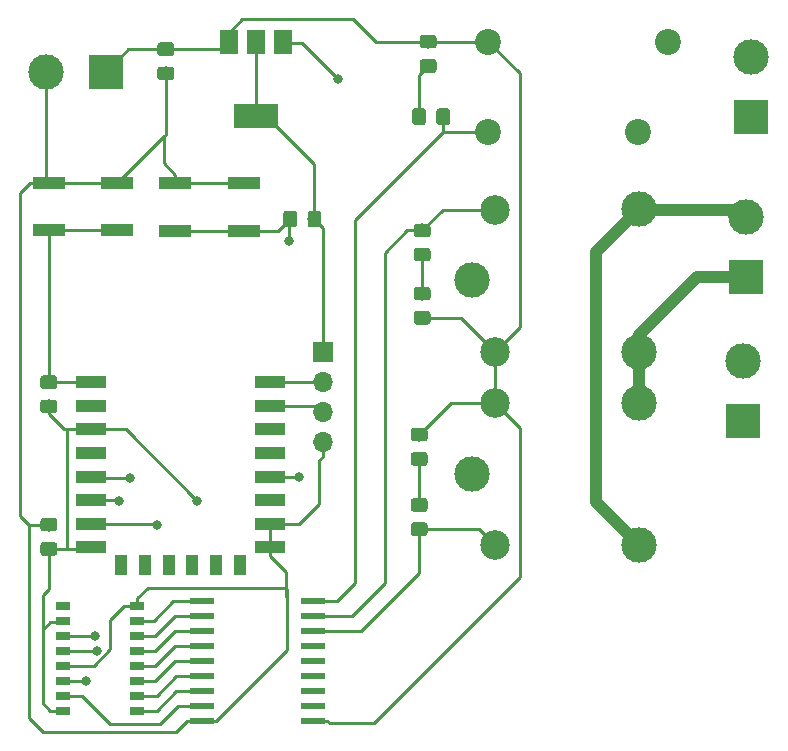
<source format=gbr>
G04 #@! TF.GenerationSoftware,KiCad,Pcbnew,5.0.1-33cea8e~68~ubuntu18.04.1*
G04 #@! TF.CreationDate,2018-11-29T09:05:56+01:00*
G04 #@! TF.ProjectId,Velux,56656C75782E6B696361645F70636200,rev?*
G04 #@! TF.SameCoordinates,Original*
G04 #@! TF.FileFunction,Copper,L1,Top,Signal*
G04 #@! TF.FilePolarity,Positive*
%FSLAX46Y46*%
G04 Gerber Fmt 4.6, Leading zero omitted, Abs format (unit mm)*
G04 Created by KiCad (PCBNEW 5.0.1-33cea8e~68~ubuntu18.04.1) date jeu. 29 nov. 2018 09:05:56 CET*
%MOMM*%
%LPD*%
G01*
G04 APERTURE LIST*
G04 #@! TA.AperFunction,SMDPad,CuDef*
%ADD10R,2.500000X1.000000*%
G04 #@! TD*
G04 #@! TA.AperFunction,SMDPad,CuDef*
%ADD11R,1.000000X1.800000*%
G04 #@! TD*
G04 #@! TA.AperFunction,SMDPad,CuDef*
%ADD12R,1.300000X0.800000*%
G04 #@! TD*
G04 #@! TA.AperFunction,Conductor*
%ADD13C,0.100000*%
G04 #@! TD*
G04 #@! TA.AperFunction,SMDPad,CuDef*
%ADD14C,1.150000*%
G04 #@! TD*
G04 #@! TA.AperFunction,ComponentPad*
%ADD15R,3.000000X3.000000*%
G04 #@! TD*
G04 #@! TA.AperFunction,ComponentPad*
%ADD16C,3.000000*%
G04 #@! TD*
G04 #@! TA.AperFunction,ComponentPad*
%ADD17C,2.200000*%
G04 #@! TD*
G04 #@! TA.AperFunction,SMDPad,CuDef*
%ADD18R,2.750000X1.000000*%
G04 #@! TD*
G04 #@! TA.AperFunction,SMDPad,CuDef*
%ADD19R,3.800000X2.000000*%
G04 #@! TD*
G04 #@! TA.AperFunction,SMDPad,CuDef*
%ADD20R,1.500000X2.000000*%
G04 #@! TD*
G04 #@! TA.AperFunction,SMDPad,CuDef*
%ADD21R,2.000000X0.600000*%
G04 #@! TD*
G04 #@! TA.AperFunction,ComponentPad*
%ADD22C,2.500000*%
G04 #@! TD*
G04 #@! TA.AperFunction,ComponentPad*
%ADD23R,1.700000X1.700000*%
G04 #@! TD*
G04 #@! TA.AperFunction,ComponentPad*
%ADD24O,1.700000X1.700000*%
G04 #@! TD*
G04 #@! TA.AperFunction,ViaPad*
%ADD25C,0.800000*%
G04 #@! TD*
G04 #@! TA.AperFunction,Conductor*
%ADD26C,0.250000*%
G04 #@! TD*
G04 #@! TA.AperFunction,Conductor*
%ADD27C,1.000000*%
G04 #@! TD*
G04 APERTURE END LIST*
D10*
G04 #@! TO.P,U3,1*
G04 #@! TO.N,Net-(R1-Pad2)*
X139065000Y-75819000D03*
G04 #@! TO.P,U3,2*
G04 #@! TO.N,Net-(U3-Pad2)*
X139065000Y-77819000D03*
G04 #@! TO.P,U3,3*
G04 #@! TO.N,/3V3*
X139065000Y-79819000D03*
G04 #@! TO.P,U3,4*
G04 #@! TO.N,Net-(U3-Pad4)*
X139065000Y-81819000D03*
G04 #@! TO.P,U3,5*
G04 #@! TO.N,/RCLK*
X139065000Y-83819000D03*
G04 #@! TO.P,U3,6*
G04 #@! TO.N,/SRCLK*
X139065000Y-85819000D03*
G04 #@! TO.P,U3,7*
G04 #@! TO.N,/SER*
X139065000Y-87819000D03*
G04 #@! TO.P,U3,8*
G04 #@! TO.N,/3V3*
X139065000Y-89819000D03*
D11*
G04 #@! TO.P,U3,9*
G04 #@! TO.N,Net-(U3-Pad9)*
X141665000Y-91319000D03*
G04 #@! TO.P,U3,10*
G04 #@! TO.N,Net-(U3-Pad10)*
X143665000Y-91319000D03*
G04 #@! TO.P,U3,11*
G04 #@! TO.N,Net-(U3-Pad11)*
X145665000Y-91319000D03*
G04 #@! TO.P,U3,12*
G04 #@! TO.N,Net-(U3-Pad12)*
X147665000Y-91319000D03*
G04 #@! TO.P,U3,13*
G04 #@! TO.N,Net-(U3-Pad13)*
X149665000Y-91319000D03*
G04 #@! TO.P,U3,14*
G04 #@! TO.N,Net-(U3-Pad14)*
X151665000Y-91319000D03*
D10*
G04 #@! TO.P,U3,15*
G04 #@! TO.N,/GND*
X154265000Y-89819000D03*
G04 #@! TO.P,U3,16*
X154265000Y-87819000D03*
G04 #@! TO.P,U3,17*
G04 #@! TO.N,Net-(U3-Pad17)*
X154265000Y-85819000D03*
G04 #@! TO.P,U3,18*
G04 #@! TO.N,/GPIO0*
X154265000Y-83819000D03*
G04 #@! TO.P,U3,19*
G04 #@! TO.N,Net-(U3-Pad19)*
X154265000Y-81819000D03*
G04 #@! TO.P,U3,20*
G04 #@! TO.N,Net-(U3-Pad20)*
X154265000Y-79819000D03*
G04 #@! TO.P,U3,21*
G04 #@! TO.N,/RXD*
X154265000Y-77819000D03*
G04 #@! TO.P,U3,22*
G04 #@! TO.N,/TXD*
X154265000Y-75819000D03*
G04 #@! TD*
D12*
G04 #@! TO.P,U1,1*
G04 #@! TO.N,/L7*
X143002000Y-103642000D03*
G04 #@! TO.P,U1,2*
G04 #@! TO.N,/L6*
X143002000Y-102362000D03*
G04 #@! TO.P,U1,3*
G04 #@! TO.N,/L5*
X143002000Y-101102000D03*
G04 #@! TO.P,U1,4*
G04 #@! TO.N,/L4*
X143002000Y-99832000D03*
G04 #@! TO.P,U1,5*
G04 #@! TO.N,/L3*
X143002000Y-98552000D03*
G04 #@! TO.P,U1,6*
G04 #@! TO.N,/L2*
X143002000Y-97282000D03*
G04 #@! TO.P,U1,7*
G04 #@! TO.N,/L1*
X143002000Y-96022000D03*
G04 #@! TO.P,U1,8*
G04 #@! TO.N,/GND*
X143002000Y-94742000D03*
G04 #@! TO.P,U1,9*
G04 #@! TO.N,Net-(U1-Pad9)*
X136702000Y-94742000D03*
G04 #@! TO.P,U1,10*
G04 #@! TO.N,/3V3*
X136702000Y-96022000D03*
G04 #@! TO.P,U1,11*
G04 #@! TO.N,/SRCLK*
X136702000Y-97282000D03*
G04 #@! TO.P,U1,12*
G04 #@! TO.N,/RCLK*
X136702000Y-98552000D03*
G04 #@! TO.P,U1,13*
G04 #@! TO.N,/GND*
X136702000Y-99832000D03*
G04 #@! TO.P,U1,14*
G04 #@! TO.N,/SER*
X136702000Y-101102000D03*
G04 #@! TO.P,U1,15*
G04 #@! TO.N,/L8*
X136702000Y-102362000D03*
G04 #@! TO.P,U1,16*
G04 #@! TO.N,/3V3*
X136702000Y-103642000D03*
G04 #@! TD*
D13*
G04 #@! TO.N,/5V*
G04 #@! TO.C,D3*
G36*
X167606505Y-69793204D02*
X167630773Y-69796804D01*
X167654572Y-69802765D01*
X167677671Y-69811030D01*
X167699850Y-69821520D01*
X167720893Y-69834132D01*
X167740599Y-69848747D01*
X167758777Y-69865223D01*
X167775253Y-69883401D01*
X167789868Y-69903107D01*
X167802480Y-69924150D01*
X167812970Y-69946329D01*
X167821235Y-69969428D01*
X167827196Y-69993227D01*
X167830796Y-70017495D01*
X167832000Y-70041999D01*
X167832000Y-70692001D01*
X167830796Y-70716505D01*
X167827196Y-70740773D01*
X167821235Y-70764572D01*
X167812970Y-70787671D01*
X167802480Y-70809850D01*
X167789868Y-70830893D01*
X167775253Y-70850599D01*
X167758777Y-70868777D01*
X167740599Y-70885253D01*
X167720893Y-70899868D01*
X167699850Y-70912480D01*
X167677671Y-70922970D01*
X167654572Y-70931235D01*
X167630773Y-70937196D01*
X167606505Y-70940796D01*
X167582001Y-70942000D01*
X166681999Y-70942000D01*
X166657495Y-70940796D01*
X166633227Y-70937196D01*
X166609428Y-70931235D01*
X166586329Y-70922970D01*
X166564150Y-70912480D01*
X166543107Y-70899868D01*
X166523401Y-70885253D01*
X166505223Y-70868777D01*
X166488747Y-70850599D01*
X166474132Y-70830893D01*
X166461520Y-70809850D01*
X166451030Y-70787671D01*
X166442765Y-70764572D01*
X166436804Y-70740773D01*
X166433204Y-70716505D01*
X166432000Y-70692001D01*
X166432000Y-70041999D01*
X166433204Y-70017495D01*
X166436804Y-69993227D01*
X166442765Y-69969428D01*
X166451030Y-69946329D01*
X166461520Y-69924150D01*
X166474132Y-69903107D01*
X166488747Y-69883401D01*
X166505223Y-69865223D01*
X166523401Y-69848747D01*
X166543107Y-69834132D01*
X166564150Y-69821520D01*
X166586329Y-69811030D01*
X166609428Y-69802765D01*
X166633227Y-69796804D01*
X166657495Y-69793204D01*
X166681999Y-69792000D01*
X167582001Y-69792000D01*
X167606505Y-69793204D01*
X167606505Y-69793204D01*
G37*
D14*
G04 #@! TD*
G04 #@! TO.P,D3,2*
G04 #@! TO.N,/5V*
X167132000Y-70367000D03*
D13*
G04 #@! TO.N,Net-(D3-Pad1)*
G04 #@! TO.C,D3*
G36*
X167606505Y-67743204D02*
X167630773Y-67746804D01*
X167654572Y-67752765D01*
X167677671Y-67761030D01*
X167699850Y-67771520D01*
X167720893Y-67784132D01*
X167740599Y-67798747D01*
X167758777Y-67815223D01*
X167775253Y-67833401D01*
X167789868Y-67853107D01*
X167802480Y-67874150D01*
X167812970Y-67896329D01*
X167821235Y-67919428D01*
X167827196Y-67943227D01*
X167830796Y-67967495D01*
X167832000Y-67991999D01*
X167832000Y-68642001D01*
X167830796Y-68666505D01*
X167827196Y-68690773D01*
X167821235Y-68714572D01*
X167812970Y-68737671D01*
X167802480Y-68759850D01*
X167789868Y-68780893D01*
X167775253Y-68800599D01*
X167758777Y-68818777D01*
X167740599Y-68835253D01*
X167720893Y-68849868D01*
X167699850Y-68862480D01*
X167677671Y-68872970D01*
X167654572Y-68881235D01*
X167630773Y-68887196D01*
X167606505Y-68890796D01*
X167582001Y-68892000D01*
X166681999Y-68892000D01*
X166657495Y-68890796D01*
X166633227Y-68887196D01*
X166609428Y-68881235D01*
X166586329Y-68872970D01*
X166564150Y-68862480D01*
X166543107Y-68849868D01*
X166523401Y-68835253D01*
X166505223Y-68818777D01*
X166488747Y-68800599D01*
X166474132Y-68780893D01*
X166461520Y-68759850D01*
X166451030Y-68737671D01*
X166442765Y-68714572D01*
X166436804Y-68690773D01*
X166433204Y-68666505D01*
X166432000Y-68642001D01*
X166432000Y-67991999D01*
X166433204Y-67967495D01*
X166436804Y-67943227D01*
X166442765Y-67919428D01*
X166451030Y-67896329D01*
X166461520Y-67874150D01*
X166474132Y-67853107D01*
X166488747Y-67833401D01*
X166505223Y-67815223D01*
X166523401Y-67798747D01*
X166543107Y-67784132D01*
X166564150Y-67771520D01*
X166586329Y-67761030D01*
X166609428Y-67752765D01*
X166633227Y-67746804D01*
X166657495Y-67743204D01*
X166681999Y-67742000D01*
X167582001Y-67742000D01*
X167606505Y-67743204D01*
X167606505Y-67743204D01*
G37*
D14*
G04 #@! TD*
G04 #@! TO.P,D3,1*
G04 #@! TO.N,Net-(D3-Pad1)*
X167132000Y-68317000D03*
D13*
G04 #@! TO.N,Net-(D1-Pad1)*
G04 #@! TO.C,D1*
G36*
X168114505Y-48466204D02*
X168138773Y-48469804D01*
X168162572Y-48475765D01*
X168185671Y-48484030D01*
X168207850Y-48494520D01*
X168228893Y-48507132D01*
X168248599Y-48521747D01*
X168266777Y-48538223D01*
X168283253Y-48556401D01*
X168297868Y-48576107D01*
X168310480Y-48597150D01*
X168320970Y-48619329D01*
X168329235Y-48642428D01*
X168335196Y-48666227D01*
X168338796Y-48690495D01*
X168340000Y-48714999D01*
X168340000Y-49365001D01*
X168338796Y-49389505D01*
X168335196Y-49413773D01*
X168329235Y-49437572D01*
X168320970Y-49460671D01*
X168310480Y-49482850D01*
X168297868Y-49503893D01*
X168283253Y-49523599D01*
X168266777Y-49541777D01*
X168248599Y-49558253D01*
X168228893Y-49572868D01*
X168207850Y-49585480D01*
X168185671Y-49595970D01*
X168162572Y-49604235D01*
X168138773Y-49610196D01*
X168114505Y-49613796D01*
X168090001Y-49615000D01*
X167189999Y-49615000D01*
X167165495Y-49613796D01*
X167141227Y-49610196D01*
X167117428Y-49604235D01*
X167094329Y-49595970D01*
X167072150Y-49585480D01*
X167051107Y-49572868D01*
X167031401Y-49558253D01*
X167013223Y-49541777D01*
X166996747Y-49523599D01*
X166982132Y-49503893D01*
X166969520Y-49482850D01*
X166959030Y-49460671D01*
X166950765Y-49437572D01*
X166944804Y-49413773D01*
X166941204Y-49389505D01*
X166940000Y-49365001D01*
X166940000Y-48714999D01*
X166941204Y-48690495D01*
X166944804Y-48666227D01*
X166950765Y-48642428D01*
X166959030Y-48619329D01*
X166969520Y-48597150D01*
X166982132Y-48576107D01*
X166996747Y-48556401D01*
X167013223Y-48538223D01*
X167031401Y-48521747D01*
X167051107Y-48507132D01*
X167072150Y-48494520D01*
X167094329Y-48484030D01*
X167117428Y-48475765D01*
X167141227Y-48469804D01*
X167165495Y-48466204D01*
X167189999Y-48465000D01*
X168090001Y-48465000D01*
X168114505Y-48466204D01*
X168114505Y-48466204D01*
G37*
D14*
G04 #@! TD*
G04 #@! TO.P,D1,1*
G04 #@! TO.N,Net-(D1-Pad1)*
X167640000Y-49040000D03*
D13*
G04 #@! TO.N,/5V*
G04 #@! TO.C,D1*
G36*
X168114505Y-46416204D02*
X168138773Y-46419804D01*
X168162572Y-46425765D01*
X168185671Y-46434030D01*
X168207850Y-46444520D01*
X168228893Y-46457132D01*
X168248599Y-46471747D01*
X168266777Y-46488223D01*
X168283253Y-46506401D01*
X168297868Y-46526107D01*
X168310480Y-46547150D01*
X168320970Y-46569329D01*
X168329235Y-46592428D01*
X168335196Y-46616227D01*
X168338796Y-46640495D01*
X168340000Y-46664999D01*
X168340000Y-47315001D01*
X168338796Y-47339505D01*
X168335196Y-47363773D01*
X168329235Y-47387572D01*
X168320970Y-47410671D01*
X168310480Y-47432850D01*
X168297868Y-47453893D01*
X168283253Y-47473599D01*
X168266777Y-47491777D01*
X168248599Y-47508253D01*
X168228893Y-47522868D01*
X168207850Y-47535480D01*
X168185671Y-47545970D01*
X168162572Y-47554235D01*
X168138773Y-47560196D01*
X168114505Y-47563796D01*
X168090001Y-47565000D01*
X167189999Y-47565000D01*
X167165495Y-47563796D01*
X167141227Y-47560196D01*
X167117428Y-47554235D01*
X167094329Y-47545970D01*
X167072150Y-47535480D01*
X167051107Y-47522868D01*
X167031401Y-47508253D01*
X167013223Y-47491777D01*
X166996747Y-47473599D01*
X166982132Y-47453893D01*
X166969520Y-47432850D01*
X166959030Y-47410671D01*
X166950765Y-47387572D01*
X166944804Y-47363773D01*
X166941204Y-47339505D01*
X166940000Y-47315001D01*
X166940000Y-46664999D01*
X166941204Y-46640495D01*
X166944804Y-46616227D01*
X166950765Y-46592428D01*
X166959030Y-46569329D01*
X166969520Y-46547150D01*
X166982132Y-46526107D01*
X166996747Y-46506401D01*
X167013223Y-46488223D01*
X167031401Y-46471747D01*
X167051107Y-46457132D01*
X167072150Y-46444520D01*
X167094329Y-46434030D01*
X167117428Y-46425765D01*
X167141227Y-46419804D01*
X167165495Y-46416204D01*
X167189999Y-46415000D01*
X168090001Y-46415000D01*
X168114505Y-46416204D01*
X168114505Y-46416204D01*
G37*
D14*
G04 #@! TD*
G04 #@! TO.P,D1,2*
G04 #@! TO.N,/5V*
X167640000Y-46990000D03*
D13*
G04 #@! TO.N,/5V*
G04 #@! TO.C,D2*
G36*
X167352505Y-79690204D02*
X167376773Y-79693804D01*
X167400572Y-79699765D01*
X167423671Y-79708030D01*
X167445850Y-79718520D01*
X167466893Y-79731132D01*
X167486599Y-79745747D01*
X167504777Y-79762223D01*
X167521253Y-79780401D01*
X167535868Y-79800107D01*
X167548480Y-79821150D01*
X167558970Y-79843329D01*
X167567235Y-79866428D01*
X167573196Y-79890227D01*
X167576796Y-79914495D01*
X167578000Y-79938999D01*
X167578000Y-80589001D01*
X167576796Y-80613505D01*
X167573196Y-80637773D01*
X167567235Y-80661572D01*
X167558970Y-80684671D01*
X167548480Y-80706850D01*
X167535868Y-80727893D01*
X167521253Y-80747599D01*
X167504777Y-80765777D01*
X167486599Y-80782253D01*
X167466893Y-80796868D01*
X167445850Y-80809480D01*
X167423671Y-80819970D01*
X167400572Y-80828235D01*
X167376773Y-80834196D01*
X167352505Y-80837796D01*
X167328001Y-80839000D01*
X166427999Y-80839000D01*
X166403495Y-80837796D01*
X166379227Y-80834196D01*
X166355428Y-80828235D01*
X166332329Y-80819970D01*
X166310150Y-80809480D01*
X166289107Y-80796868D01*
X166269401Y-80782253D01*
X166251223Y-80765777D01*
X166234747Y-80747599D01*
X166220132Y-80727893D01*
X166207520Y-80706850D01*
X166197030Y-80684671D01*
X166188765Y-80661572D01*
X166182804Y-80637773D01*
X166179204Y-80613505D01*
X166178000Y-80589001D01*
X166178000Y-79938999D01*
X166179204Y-79914495D01*
X166182804Y-79890227D01*
X166188765Y-79866428D01*
X166197030Y-79843329D01*
X166207520Y-79821150D01*
X166220132Y-79800107D01*
X166234747Y-79780401D01*
X166251223Y-79762223D01*
X166269401Y-79745747D01*
X166289107Y-79731132D01*
X166310150Y-79718520D01*
X166332329Y-79708030D01*
X166355428Y-79699765D01*
X166379227Y-79693804D01*
X166403495Y-79690204D01*
X166427999Y-79689000D01*
X167328001Y-79689000D01*
X167352505Y-79690204D01*
X167352505Y-79690204D01*
G37*
D14*
G04 #@! TD*
G04 #@! TO.P,D2,2*
G04 #@! TO.N,/5V*
X166878000Y-80264000D03*
D13*
G04 #@! TO.N,Net-(D2-Pad1)*
G04 #@! TO.C,D2*
G36*
X167352505Y-81740204D02*
X167376773Y-81743804D01*
X167400572Y-81749765D01*
X167423671Y-81758030D01*
X167445850Y-81768520D01*
X167466893Y-81781132D01*
X167486599Y-81795747D01*
X167504777Y-81812223D01*
X167521253Y-81830401D01*
X167535868Y-81850107D01*
X167548480Y-81871150D01*
X167558970Y-81893329D01*
X167567235Y-81916428D01*
X167573196Y-81940227D01*
X167576796Y-81964495D01*
X167578000Y-81988999D01*
X167578000Y-82639001D01*
X167576796Y-82663505D01*
X167573196Y-82687773D01*
X167567235Y-82711572D01*
X167558970Y-82734671D01*
X167548480Y-82756850D01*
X167535868Y-82777893D01*
X167521253Y-82797599D01*
X167504777Y-82815777D01*
X167486599Y-82832253D01*
X167466893Y-82846868D01*
X167445850Y-82859480D01*
X167423671Y-82869970D01*
X167400572Y-82878235D01*
X167376773Y-82884196D01*
X167352505Y-82887796D01*
X167328001Y-82889000D01*
X166427999Y-82889000D01*
X166403495Y-82887796D01*
X166379227Y-82884196D01*
X166355428Y-82878235D01*
X166332329Y-82869970D01*
X166310150Y-82859480D01*
X166289107Y-82846868D01*
X166269401Y-82832253D01*
X166251223Y-82815777D01*
X166234747Y-82797599D01*
X166220132Y-82777893D01*
X166207520Y-82756850D01*
X166197030Y-82734671D01*
X166188765Y-82711572D01*
X166182804Y-82687773D01*
X166179204Y-82663505D01*
X166178000Y-82639001D01*
X166178000Y-81988999D01*
X166179204Y-81964495D01*
X166182804Y-81940227D01*
X166188765Y-81916428D01*
X166197030Y-81893329D01*
X166207520Y-81871150D01*
X166220132Y-81850107D01*
X166234747Y-81830401D01*
X166251223Y-81812223D01*
X166269401Y-81795747D01*
X166289107Y-81781132D01*
X166310150Y-81768520D01*
X166332329Y-81758030D01*
X166355428Y-81749765D01*
X166379227Y-81743804D01*
X166403495Y-81740204D01*
X166427999Y-81739000D01*
X167328001Y-81739000D01*
X167352505Y-81740204D01*
X167352505Y-81740204D01*
G37*
D14*
G04 #@! TD*
G04 #@! TO.P,D2,1*
G04 #@! TO.N,Net-(D2-Pad1)*
X166878000Y-82314000D03*
D15*
G04 #@! TO.P,J1,1*
G04 #@! TO.N,/5V*
X140335000Y-49530000D03*
D16*
G04 #@! TO.P,J1,2*
G04 #@! TO.N,/GND*
X135255000Y-49530000D03*
G04 #@! TD*
D15*
G04 #@! TO.P,J2,1*
G04 #@! TO.N,Net-(J2-Pad1)*
X195000000Y-53340000D03*
D16*
G04 #@! TO.P,J2,2*
G04 #@! TO.N,Net-(J2-Pad2)*
X195000000Y-48260000D03*
G04 #@! TD*
G04 #@! TO.P,J3,2*
G04 #@! TO.N,Net-(J3-Pad2)*
X194310000Y-74041000D03*
D15*
G04 #@! TO.P,J3,1*
G04 #@! TO.N,Net-(J3-Pad1)*
X194310000Y-79121000D03*
G04 #@! TD*
G04 #@! TO.P,J4,1*
G04 #@! TO.N,/24+*
X194564000Y-66929000D03*
D16*
G04 #@! TO.P,J4,2*
G04 #@! TO.N,/24-*
X194564000Y-61849000D03*
G04 #@! TD*
D17*
G04 #@! TO.P,K1,3*
G04 #@! TO.N,Net-(J2-Pad2)*
X187960000Y-46990000D03*
G04 #@! TO.P,K1,4*
G04 #@! TO.N,Net-(J2-Pad1)*
X185420000Y-54610000D03*
G04 #@! TO.P,K1,2*
G04 #@! TO.N,/5V*
X172720000Y-46990000D03*
G04 #@! TO.P,K1,1*
G04 #@! TO.N,/OUT1*
X172720000Y-54610000D03*
G04 #@! TD*
D13*
G04 #@! TO.N,Net-(R1-Pad2)*
G04 #@! TO.C,R1*
G36*
X135983505Y-75245204D02*
X136007773Y-75248804D01*
X136031572Y-75254765D01*
X136054671Y-75263030D01*
X136076850Y-75273520D01*
X136097893Y-75286132D01*
X136117599Y-75300747D01*
X136135777Y-75317223D01*
X136152253Y-75335401D01*
X136166868Y-75355107D01*
X136179480Y-75376150D01*
X136189970Y-75398329D01*
X136198235Y-75421428D01*
X136204196Y-75445227D01*
X136207796Y-75469495D01*
X136209000Y-75493999D01*
X136209000Y-76144001D01*
X136207796Y-76168505D01*
X136204196Y-76192773D01*
X136198235Y-76216572D01*
X136189970Y-76239671D01*
X136179480Y-76261850D01*
X136166868Y-76282893D01*
X136152253Y-76302599D01*
X136135777Y-76320777D01*
X136117599Y-76337253D01*
X136097893Y-76351868D01*
X136076850Y-76364480D01*
X136054671Y-76374970D01*
X136031572Y-76383235D01*
X136007773Y-76389196D01*
X135983505Y-76392796D01*
X135959001Y-76394000D01*
X135058999Y-76394000D01*
X135034495Y-76392796D01*
X135010227Y-76389196D01*
X134986428Y-76383235D01*
X134963329Y-76374970D01*
X134941150Y-76364480D01*
X134920107Y-76351868D01*
X134900401Y-76337253D01*
X134882223Y-76320777D01*
X134865747Y-76302599D01*
X134851132Y-76282893D01*
X134838520Y-76261850D01*
X134828030Y-76239671D01*
X134819765Y-76216572D01*
X134813804Y-76192773D01*
X134810204Y-76168505D01*
X134809000Y-76144001D01*
X134809000Y-75493999D01*
X134810204Y-75469495D01*
X134813804Y-75445227D01*
X134819765Y-75421428D01*
X134828030Y-75398329D01*
X134838520Y-75376150D01*
X134851132Y-75355107D01*
X134865747Y-75335401D01*
X134882223Y-75317223D01*
X134900401Y-75300747D01*
X134920107Y-75286132D01*
X134941150Y-75273520D01*
X134963329Y-75263030D01*
X134986428Y-75254765D01*
X135010227Y-75248804D01*
X135034495Y-75245204D01*
X135058999Y-75244000D01*
X135959001Y-75244000D01*
X135983505Y-75245204D01*
X135983505Y-75245204D01*
G37*
D14*
G04 #@! TD*
G04 #@! TO.P,R1,2*
G04 #@! TO.N,Net-(R1-Pad2)*
X135509000Y-75819000D03*
D13*
G04 #@! TO.N,/3V3*
G04 #@! TO.C,R1*
G36*
X135983505Y-77295204D02*
X136007773Y-77298804D01*
X136031572Y-77304765D01*
X136054671Y-77313030D01*
X136076850Y-77323520D01*
X136097893Y-77336132D01*
X136117599Y-77350747D01*
X136135777Y-77367223D01*
X136152253Y-77385401D01*
X136166868Y-77405107D01*
X136179480Y-77426150D01*
X136189970Y-77448329D01*
X136198235Y-77471428D01*
X136204196Y-77495227D01*
X136207796Y-77519495D01*
X136209000Y-77543999D01*
X136209000Y-78194001D01*
X136207796Y-78218505D01*
X136204196Y-78242773D01*
X136198235Y-78266572D01*
X136189970Y-78289671D01*
X136179480Y-78311850D01*
X136166868Y-78332893D01*
X136152253Y-78352599D01*
X136135777Y-78370777D01*
X136117599Y-78387253D01*
X136097893Y-78401868D01*
X136076850Y-78414480D01*
X136054671Y-78424970D01*
X136031572Y-78433235D01*
X136007773Y-78439196D01*
X135983505Y-78442796D01*
X135959001Y-78444000D01*
X135058999Y-78444000D01*
X135034495Y-78442796D01*
X135010227Y-78439196D01*
X134986428Y-78433235D01*
X134963329Y-78424970D01*
X134941150Y-78414480D01*
X134920107Y-78401868D01*
X134900401Y-78387253D01*
X134882223Y-78370777D01*
X134865747Y-78352599D01*
X134851132Y-78332893D01*
X134838520Y-78311850D01*
X134828030Y-78289671D01*
X134819765Y-78266572D01*
X134813804Y-78242773D01*
X134810204Y-78218505D01*
X134809000Y-78194001D01*
X134809000Y-77543999D01*
X134810204Y-77519495D01*
X134813804Y-77495227D01*
X134819765Y-77471428D01*
X134828030Y-77448329D01*
X134838520Y-77426150D01*
X134851132Y-77405107D01*
X134865747Y-77385401D01*
X134882223Y-77367223D01*
X134900401Y-77350747D01*
X134920107Y-77336132D01*
X134941150Y-77323520D01*
X134963329Y-77313030D01*
X134986428Y-77304765D01*
X135010227Y-77298804D01*
X135034495Y-77295204D01*
X135058999Y-77294000D01*
X135959001Y-77294000D01*
X135983505Y-77295204D01*
X135983505Y-77295204D01*
G37*
D14*
G04 #@! TD*
G04 #@! TO.P,R1,1*
G04 #@! TO.N,/3V3*
X135509000Y-77869000D03*
D13*
G04 #@! TO.N,/OUT1*
G04 #@! TO.C,R2*
G36*
X169259505Y-52641204D02*
X169283773Y-52644804D01*
X169307572Y-52650765D01*
X169330671Y-52659030D01*
X169352850Y-52669520D01*
X169373893Y-52682132D01*
X169393599Y-52696747D01*
X169411777Y-52713223D01*
X169428253Y-52731401D01*
X169442868Y-52751107D01*
X169455480Y-52772150D01*
X169465970Y-52794329D01*
X169474235Y-52817428D01*
X169480196Y-52841227D01*
X169483796Y-52865495D01*
X169485000Y-52889999D01*
X169485000Y-53790001D01*
X169483796Y-53814505D01*
X169480196Y-53838773D01*
X169474235Y-53862572D01*
X169465970Y-53885671D01*
X169455480Y-53907850D01*
X169442868Y-53928893D01*
X169428253Y-53948599D01*
X169411777Y-53966777D01*
X169393599Y-53983253D01*
X169373893Y-53997868D01*
X169352850Y-54010480D01*
X169330671Y-54020970D01*
X169307572Y-54029235D01*
X169283773Y-54035196D01*
X169259505Y-54038796D01*
X169235001Y-54040000D01*
X168584999Y-54040000D01*
X168560495Y-54038796D01*
X168536227Y-54035196D01*
X168512428Y-54029235D01*
X168489329Y-54020970D01*
X168467150Y-54010480D01*
X168446107Y-53997868D01*
X168426401Y-53983253D01*
X168408223Y-53966777D01*
X168391747Y-53948599D01*
X168377132Y-53928893D01*
X168364520Y-53907850D01*
X168354030Y-53885671D01*
X168345765Y-53862572D01*
X168339804Y-53838773D01*
X168336204Y-53814505D01*
X168335000Y-53790001D01*
X168335000Y-52889999D01*
X168336204Y-52865495D01*
X168339804Y-52841227D01*
X168345765Y-52817428D01*
X168354030Y-52794329D01*
X168364520Y-52772150D01*
X168377132Y-52751107D01*
X168391747Y-52731401D01*
X168408223Y-52713223D01*
X168426401Y-52696747D01*
X168446107Y-52682132D01*
X168467150Y-52669520D01*
X168489329Y-52659030D01*
X168512428Y-52650765D01*
X168536227Y-52644804D01*
X168560495Y-52641204D01*
X168584999Y-52640000D01*
X169235001Y-52640000D01*
X169259505Y-52641204D01*
X169259505Y-52641204D01*
G37*
D14*
G04 #@! TD*
G04 #@! TO.P,R2,2*
G04 #@! TO.N,/OUT1*
X168910000Y-53340000D03*
D13*
G04 #@! TO.N,Net-(D1-Pad1)*
G04 #@! TO.C,R2*
G36*
X167209505Y-52641204D02*
X167233773Y-52644804D01*
X167257572Y-52650765D01*
X167280671Y-52659030D01*
X167302850Y-52669520D01*
X167323893Y-52682132D01*
X167343599Y-52696747D01*
X167361777Y-52713223D01*
X167378253Y-52731401D01*
X167392868Y-52751107D01*
X167405480Y-52772150D01*
X167415970Y-52794329D01*
X167424235Y-52817428D01*
X167430196Y-52841227D01*
X167433796Y-52865495D01*
X167435000Y-52889999D01*
X167435000Y-53790001D01*
X167433796Y-53814505D01*
X167430196Y-53838773D01*
X167424235Y-53862572D01*
X167415970Y-53885671D01*
X167405480Y-53907850D01*
X167392868Y-53928893D01*
X167378253Y-53948599D01*
X167361777Y-53966777D01*
X167343599Y-53983253D01*
X167323893Y-53997868D01*
X167302850Y-54010480D01*
X167280671Y-54020970D01*
X167257572Y-54029235D01*
X167233773Y-54035196D01*
X167209505Y-54038796D01*
X167185001Y-54040000D01*
X166534999Y-54040000D01*
X166510495Y-54038796D01*
X166486227Y-54035196D01*
X166462428Y-54029235D01*
X166439329Y-54020970D01*
X166417150Y-54010480D01*
X166396107Y-53997868D01*
X166376401Y-53983253D01*
X166358223Y-53966777D01*
X166341747Y-53948599D01*
X166327132Y-53928893D01*
X166314520Y-53907850D01*
X166304030Y-53885671D01*
X166295765Y-53862572D01*
X166289804Y-53838773D01*
X166286204Y-53814505D01*
X166285000Y-53790001D01*
X166285000Y-52889999D01*
X166286204Y-52865495D01*
X166289804Y-52841227D01*
X166295765Y-52817428D01*
X166304030Y-52794329D01*
X166314520Y-52772150D01*
X166327132Y-52751107D01*
X166341747Y-52731401D01*
X166358223Y-52713223D01*
X166376401Y-52696747D01*
X166396107Y-52682132D01*
X166417150Y-52669520D01*
X166439329Y-52659030D01*
X166462428Y-52650765D01*
X166486227Y-52644804D01*
X166510495Y-52641204D01*
X166534999Y-52640000D01*
X167185001Y-52640000D01*
X167209505Y-52641204D01*
X167209505Y-52641204D01*
G37*
D14*
G04 #@! TD*
G04 #@! TO.P,R2,1*
G04 #@! TO.N,Net-(D1-Pad1)*
X166860000Y-53340000D03*
D13*
G04 #@! TO.N,Net-(D2-Pad1)*
G04 #@! TO.C,R3*
G36*
X167352505Y-85641204D02*
X167376773Y-85644804D01*
X167400572Y-85650765D01*
X167423671Y-85659030D01*
X167445850Y-85669520D01*
X167466893Y-85682132D01*
X167486599Y-85696747D01*
X167504777Y-85713223D01*
X167521253Y-85731401D01*
X167535868Y-85751107D01*
X167548480Y-85772150D01*
X167558970Y-85794329D01*
X167567235Y-85817428D01*
X167573196Y-85841227D01*
X167576796Y-85865495D01*
X167578000Y-85889999D01*
X167578000Y-86540001D01*
X167576796Y-86564505D01*
X167573196Y-86588773D01*
X167567235Y-86612572D01*
X167558970Y-86635671D01*
X167548480Y-86657850D01*
X167535868Y-86678893D01*
X167521253Y-86698599D01*
X167504777Y-86716777D01*
X167486599Y-86733253D01*
X167466893Y-86747868D01*
X167445850Y-86760480D01*
X167423671Y-86770970D01*
X167400572Y-86779235D01*
X167376773Y-86785196D01*
X167352505Y-86788796D01*
X167328001Y-86790000D01*
X166427999Y-86790000D01*
X166403495Y-86788796D01*
X166379227Y-86785196D01*
X166355428Y-86779235D01*
X166332329Y-86770970D01*
X166310150Y-86760480D01*
X166289107Y-86747868D01*
X166269401Y-86733253D01*
X166251223Y-86716777D01*
X166234747Y-86698599D01*
X166220132Y-86678893D01*
X166207520Y-86657850D01*
X166197030Y-86635671D01*
X166188765Y-86612572D01*
X166182804Y-86588773D01*
X166179204Y-86564505D01*
X166178000Y-86540001D01*
X166178000Y-85889999D01*
X166179204Y-85865495D01*
X166182804Y-85841227D01*
X166188765Y-85817428D01*
X166197030Y-85794329D01*
X166207520Y-85772150D01*
X166220132Y-85751107D01*
X166234747Y-85731401D01*
X166251223Y-85713223D01*
X166269401Y-85696747D01*
X166289107Y-85682132D01*
X166310150Y-85669520D01*
X166332329Y-85659030D01*
X166355428Y-85650765D01*
X166379227Y-85644804D01*
X166403495Y-85641204D01*
X166427999Y-85640000D01*
X167328001Y-85640000D01*
X167352505Y-85641204D01*
X167352505Y-85641204D01*
G37*
D14*
G04 #@! TD*
G04 #@! TO.P,R3,1*
G04 #@! TO.N,Net-(D2-Pad1)*
X166878000Y-86215000D03*
D13*
G04 #@! TO.N,/OUT3*
G04 #@! TO.C,R3*
G36*
X167352505Y-87691204D02*
X167376773Y-87694804D01*
X167400572Y-87700765D01*
X167423671Y-87709030D01*
X167445850Y-87719520D01*
X167466893Y-87732132D01*
X167486599Y-87746747D01*
X167504777Y-87763223D01*
X167521253Y-87781401D01*
X167535868Y-87801107D01*
X167548480Y-87822150D01*
X167558970Y-87844329D01*
X167567235Y-87867428D01*
X167573196Y-87891227D01*
X167576796Y-87915495D01*
X167578000Y-87939999D01*
X167578000Y-88590001D01*
X167576796Y-88614505D01*
X167573196Y-88638773D01*
X167567235Y-88662572D01*
X167558970Y-88685671D01*
X167548480Y-88707850D01*
X167535868Y-88728893D01*
X167521253Y-88748599D01*
X167504777Y-88766777D01*
X167486599Y-88783253D01*
X167466893Y-88797868D01*
X167445850Y-88810480D01*
X167423671Y-88820970D01*
X167400572Y-88829235D01*
X167376773Y-88835196D01*
X167352505Y-88838796D01*
X167328001Y-88840000D01*
X166427999Y-88840000D01*
X166403495Y-88838796D01*
X166379227Y-88835196D01*
X166355428Y-88829235D01*
X166332329Y-88820970D01*
X166310150Y-88810480D01*
X166289107Y-88797868D01*
X166269401Y-88783253D01*
X166251223Y-88766777D01*
X166234747Y-88748599D01*
X166220132Y-88728893D01*
X166207520Y-88707850D01*
X166197030Y-88685671D01*
X166188765Y-88662572D01*
X166182804Y-88638773D01*
X166179204Y-88614505D01*
X166178000Y-88590001D01*
X166178000Y-87939999D01*
X166179204Y-87915495D01*
X166182804Y-87891227D01*
X166188765Y-87867428D01*
X166197030Y-87844329D01*
X166207520Y-87822150D01*
X166220132Y-87801107D01*
X166234747Y-87781401D01*
X166251223Y-87763223D01*
X166269401Y-87746747D01*
X166289107Y-87732132D01*
X166310150Y-87719520D01*
X166332329Y-87709030D01*
X166355428Y-87700765D01*
X166379227Y-87694804D01*
X166403495Y-87691204D01*
X166427999Y-87690000D01*
X167328001Y-87690000D01*
X167352505Y-87691204D01*
X167352505Y-87691204D01*
G37*
D14*
G04 #@! TD*
G04 #@! TO.P,R3,2*
G04 #@! TO.N,/OUT3*
X166878000Y-88265000D03*
D13*
G04 #@! TO.N,Net-(D3-Pad1)*
G04 #@! TO.C,R4*
G36*
X167606505Y-64450204D02*
X167630773Y-64453804D01*
X167654572Y-64459765D01*
X167677671Y-64468030D01*
X167699850Y-64478520D01*
X167720893Y-64491132D01*
X167740599Y-64505747D01*
X167758777Y-64522223D01*
X167775253Y-64540401D01*
X167789868Y-64560107D01*
X167802480Y-64581150D01*
X167812970Y-64603329D01*
X167821235Y-64626428D01*
X167827196Y-64650227D01*
X167830796Y-64674495D01*
X167832000Y-64698999D01*
X167832000Y-65349001D01*
X167830796Y-65373505D01*
X167827196Y-65397773D01*
X167821235Y-65421572D01*
X167812970Y-65444671D01*
X167802480Y-65466850D01*
X167789868Y-65487893D01*
X167775253Y-65507599D01*
X167758777Y-65525777D01*
X167740599Y-65542253D01*
X167720893Y-65556868D01*
X167699850Y-65569480D01*
X167677671Y-65579970D01*
X167654572Y-65588235D01*
X167630773Y-65594196D01*
X167606505Y-65597796D01*
X167582001Y-65599000D01*
X166681999Y-65599000D01*
X166657495Y-65597796D01*
X166633227Y-65594196D01*
X166609428Y-65588235D01*
X166586329Y-65579970D01*
X166564150Y-65569480D01*
X166543107Y-65556868D01*
X166523401Y-65542253D01*
X166505223Y-65525777D01*
X166488747Y-65507599D01*
X166474132Y-65487893D01*
X166461520Y-65466850D01*
X166451030Y-65444671D01*
X166442765Y-65421572D01*
X166436804Y-65397773D01*
X166433204Y-65373505D01*
X166432000Y-65349001D01*
X166432000Y-64698999D01*
X166433204Y-64674495D01*
X166436804Y-64650227D01*
X166442765Y-64626428D01*
X166451030Y-64603329D01*
X166461520Y-64581150D01*
X166474132Y-64560107D01*
X166488747Y-64540401D01*
X166505223Y-64522223D01*
X166523401Y-64505747D01*
X166543107Y-64491132D01*
X166564150Y-64478520D01*
X166586329Y-64468030D01*
X166609428Y-64459765D01*
X166633227Y-64453804D01*
X166657495Y-64450204D01*
X166681999Y-64449000D01*
X167582001Y-64449000D01*
X167606505Y-64450204D01*
X167606505Y-64450204D01*
G37*
D14*
G04 #@! TD*
G04 #@! TO.P,R4,1*
G04 #@! TO.N,Net-(D3-Pad1)*
X167132000Y-65024000D03*
D13*
G04 #@! TO.N,/OUT2*
G04 #@! TO.C,R4*
G36*
X167606505Y-62400204D02*
X167630773Y-62403804D01*
X167654572Y-62409765D01*
X167677671Y-62418030D01*
X167699850Y-62428520D01*
X167720893Y-62441132D01*
X167740599Y-62455747D01*
X167758777Y-62472223D01*
X167775253Y-62490401D01*
X167789868Y-62510107D01*
X167802480Y-62531150D01*
X167812970Y-62553329D01*
X167821235Y-62576428D01*
X167827196Y-62600227D01*
X167830796Y-62624495D01*
X167832000Y-62648999D01*
X167832000Y-63299001D01*
X167830796Y-63323505D01*
X167827196Y-63347773D01*
X167821235Y-63371572D01*
X167812970Y-63394671D01*
X167802480Y-63416850D01*
X167789868Y-63437893D01*
X167775253Y-63457599D01*
X167758777Y-63475777D01*
X167740599Y-63492253D01*
X167720893Y-63506868D01*
X167699850Y-63519480D01*
X167677671Y-63529970D01*
X167654572Y-63538235D01*
X167630773Y-63544196D01*
X167606505Y-63547796D01*
X167582001Y-63549000D01*
X166681999Y-63549000D01*
X166657495Y-63547796D01*
X166633227Y-63544196D01*
X166609428Y-63538235D01*
X166586329Y-63529970D01*
X166564150Y-63519480D01*
X166543107Y-63506868D01*
X166523401Y-63492253D01*
X166505223Y-63475777D01*
X166488747Y-63457599D01*
X166474132Y-63437893D01*
X166461520Y-63416850D01*
X166451030Y-63394671D01*
X166442765Y-63371572D01*
X166436804Y-63347773D01*
X166433204Y-63323505D01*
X166432000Y-63299001D01*
X166432000Y-62648999D01*
X166433204Y-62624495D01*
X166436804Y-62600227D01*
X166442765Y-62576428D01*
X166451030Y-62553329D01*
X166461520Y-62531150D01*
X166474132Y-62510107D01*
X166488747Y-62490401D01*
X166505223Y-62472223D01*
X166523401Y-62455747D01*
X166543107Y-62441132D01*
X166564150Y-62428520D01*
X166586329Y-62418030D01*
X166609428Y-62409765D01*
X166633227Y-62403804D01*
X166657495Y-62400204D01*
X166681999Y-62399000D01*
X167582001Y-62399000D01*
X167606505Y-62400204D01*
X167606505Y-62400204D01*
G37*
D14*
G04 #@! TD*
G04 #@! TO.P,R4,2*
G04 #@! TO.N,/OUT2*
X167132000Y-62974000D03*
D18*
G04 #@! TO.P,SW1,1*
G04 #@! TO.N,/GND*
X141310000Y-58960000D03*
X135550000Y-58960000D03*
G04 #@! TO.P,SW1,2*
G04 #@! TO.N,Net-(R1-Pad2)*
X135550000Y-62960000D03*
X141310000Y-62960000D03*
G04 #@! TD*
D19*
G04 #@! TO.P,U2,2*
G04 #@! TO.N,/3V3*
X153035000Y-53315000D03*
D20*
X153035000Y-47015000D03*
G04 #@! TO.P,U2,3*
G04 #@! TO.N,/5V*
X150735000Y-47015000D03*
G04 #@! TO.P,U2,1*
G04 #@! TO.N,/GND*
X155335000Y-47015000D03*
G04 #@! TD*
D21*
G04 #@! TO.P,U4,1*
G04 #@! TO.N,/L1*
X148462000Y-94361000D03*
G04 #@! TO.P,U4,2*
G04 #@! TO.N,/L2*
X148462000Y-95631000D03*
G04 #@! TO.P,U4,3*
G04 #@! TO.N,/L3*
X148462000Y-96901000D03*
G04 #@! TO.P,U4,4*
G04 #@! TO.N,/L4*
X148462000Y-98171000D03*
G04 #@! TO.P,U4,5*
G04 #@! TO.N,/L5*
X148462000Y-99441000D03*
G04 #@! TO.P,U4,6*
G04 #@! TO.N,/L6*
X148462000Y-100711000D03*
G04 #@! TO.P,U4,7*
G04 #@! TO.N,/L7*
X148462000Y-101981000D03*
G04 #@! TO.P,U4,8*
G04 #@! TO.N,/L8*
X148462000Y-103251000D03*
G04 #@! TO.P,U4,9*
G04 #@! TO.N,/GND*
X148462000Y-104521000D03*
G04 #@! TO.P,U4,10*
G04 #@! TO.N,/5V*
X157862000Y-104521000D03*
G04 #@! TO.P,U4,11*
G04 #@! TO.N,Net-(U4-Pad11)*
X157862000Y-103251000D03*
G04 #@! TO.P,U4,12*
G04 #@! TO.N,Net-(U4-Pad12)*
X157862000Y-101981000D03*
G04 #@! TO.P,U4,13*
G04 #@! TO.N,Net-(U4-Pad13)*
X157862000Y-100711000D03*
G04 #@! TO.P,U4,14*
G04 #@! TO.N,Net-(U4-Pad14)*
X157862000Y-99441000D03*
G04 #@! TO.P,U4,15*
G04 #@! TO.N,Net-(U4-Pad15)*
X157862000Y-98171000D03*
G04 #@! TO.P,U4,16*
G04 #@! TO.N,/OUT3*
X157862000Y-96901000D03*
G04 #@! TO.P,U4,17*
G04 #@! TO.N,/OUT2*
X157862000Y-95631000D03*
G04 #@! TO.P,U4,18*
G04 #@! TO.N,/OUT1*
X157862000Y-94361000D03*
G04 #@! TD*
D13*
G04 #@! TO.N,/5V*
G04 #@! TO.C,C1*
G36*
X145889505Y-47051204D02*
X145913773Y-47054804D01*
X145937572Y-47060765D01*
X145960671Y-47069030D01*
X145982850Y-47079520D01*
X146003893Y-47092132D01*
X146023599Y-47106747D01*
X146041777Y-47123223D01*
X146058253Y-47141401D01*
X146072868Y-47161107D01*
X146085480Y-47182150D01*
X146095970Y-47204329D01*
X146104235Y-47227428D01*
X146110196Y-47251227D01*
X146113796Y-47275495D01*
X146115000Y-47299999D01*
X146115000Y-47950001D01*
X146113796Y-47974505D01*
X146110196Y-47998773D01*
X146104235Y-48022572D01*
X146095970Y-48045671D01*
X146085480Y-48067850D01*
X146072868Y-48088893D01*
X146058253Y-48108599D01*
X146041777Y-48126777D01*
X146023599Y-48143253D01*
X146003893Y-48157868D01*
X145982850Y-48170480D01*
X145960671Y-48180970D01*
X145937572Y-48189235D01*
X145913773Y-48195196D01*
X145889505Y-48198796D01*
X145865001Y-48200000D01*
X144964999Y-48200000D01*
X144940495Y-48198796D01*
X144916227Y-48195196D01*
X144892428Y-48189235D01*
X144869329Y-48180970D01*
X144847150Y-48170480D01*
X144826107Y-48157868D01*
X144806401Y-48143253D01*
X144788223Y-48126777D01*
X144771747Y-48108599D01*
X144757132Y-48088893D01*
X144744520Y-48067850D01*
X144734030Y-48045671D01*
X144725765Y-48022572D01*
X144719804Y-47998773D01*
X144716204Y-47974505D01*
X144715000Y-47950001D01*
X144715000Y-47299999D01*
X144716204Y-47275495D01*
X144719804Y-47251227D01*
X144725765Y-47227428D01*
X144734030Y-47204329D01*
X144744520Y-47182150D01*
X144757132Y-47161107D01*
X144771747Y-47141401D01*
X144788223Y-47123223D01*
X144806401Y-47106747D01*
X144826107Y-47092132D01*
X144847150Y-47079520D01*
X144869329Y-47069030D01*
X144892428Y-47060765D01*
X144916227Y-47054804D01*
X144940495Y-47051204D01*
X144964999Y-47050000D01*
X145865001Y-47050000D01*
X145889505Y-47051204D01*
X145889505Y-47051204D01*
G37*
D14*
G04 #@! TD*
G04 #@! TO.P,C1,1*
G04 #@! TO.N,/5V*
X145415000Y-47625000D03*
D13*
G04 #@! TO.N,/GND*
G04 #@! TO.C,C1*
G36*
X145889505Y-49101204D02*
X145913773Y-49104804D01*
X145937572Y-49110765D01*
X145960671Y-49119030D01*
X145982850Y-49129520D01*
X146003893Y-49142132D01*
X146023599Y-49156747D01*
X146041777Y-49173223D01*
X146058253Y-49191401D01*
X146072868Y-49211107D01*
X146085480Y-49232150D01*
X146095970Y-49254329D01*
X146104235Y-49277428D01*
X146110196Y-49301227D01*
X146113796Y-49325495D01*
X146115000Y-49349999D01*
X146115000Y-50000001D01*
X146113796Y-50024505D01*
X146110196Y-50048773D01*
X146104235Y-50072572D01*
X146095970Y-50095671D01*
X146085480Y-50117850D01*
X146072868Y-50138893D01*
X146058253Y-50158599D01*
X146041777Y-50176777D01*
X146023599Y-50193253D01*
X146003893Y-50207868D01*
X145982850Y-50220480D01*
X145960671Y-50230970D01*
X145937572Y-50239235D01*
X145913773Y-50245196D01*
X145889505Y-50248796D01*
X145865001Y-50250000D01*
X144964999Y-50250000D01*
X144940495Y-50248796D01*
X144916227Y-50245196D01*
X144892428Y-50239235D01*
X144869329Y-50230970D01*
X144847150Y-50220480D01*
X144826107Y-50207868D01*
X144806401Y-50193253D01*
X144788223Y-50176777D01*
X144771747Y-50158599D01*
X144757132Y-50138893D01*
X144744520Y-50117850D01*
X144734030Y-50095671D01*
X144725765Y-50072572D01*
X144719804Y-50048773D01*
X144716204Y-50024505D01*
X144715000Y-50000001D01*
X144715000Y-49349999D01*
X144716204Y-49325495D01*
X144719804Y-49301227D01*
X144725765Y-49277428D01*
X144734030Y-49254329D01*
X144744520Y-49232150D01*
X144757132Y-49211107D01*
X144771747Y-49191401D01*
X144788223Y-49173223D01*
X144806401Y-49156747D01*
X144826107Y-49142132D01*
X144847150Y-49129520D01*
X144869329Y-49119030D01*
X144892428Y-49110765D01*
X144916227Y-49104804D01*
X144940495Y-49101204D01*
X144964999Y-49100000D01*
X145865001Y-49100000D01*
X145889505Y-49101204D01*
X145889505Y-49101204D01*
G37*
D14*
G04 #@! TD*
G04 #@! TO.P,C1,2*
G04 #@! TO.N,/GND*
X145415000Y-49675000D03*
D13*
G04 #@! TO.N,/GND*
G04 #@! TO.C,C2*
G36*
X135983505Y-87310204D02*
X136007773Y-87313804D01*
X136031572Y-87319765D01*
X136054671Y-87328030D01*
X136076850Y-87338520D01*
X136097893Y-87351132D01*
X136117599Y-87365747D01*
X136135777Y-87382223D01*
X136152253Y-87400401D01*
X136166868Y-87420107D01*
X136179480Y-87441150D01*
X136189970Y-87463329D01*
X136198235Y-87486428D01*
X136204196Y-87510227D01*
X136207796Y-87534495D01*
X136209000Y-87558999D01*
X136209000Y-88209001D01*
X136207796Y-88233505D01*
X136204196Y-88257773D01*
X136198235Y-88281572D01*
X136189970Y-88304671D01*
X136179480Y-88326850D01*
X136166868Y-88347893D01*
X136152253Y-88367599D01*
X136135777Y-88385777D01*
X136117599Y-88402253D01*
X136097893Y-88416868D01*
X136076850Y-88429480D01*
X136054671Y-88439970D01*
X136031572Y-88448235D01*
X136007773Y-88454196D01*
X135983505Y-88457796D01*
X135959001Y-88459000D01*
X135058999Y-88459000D01*
X135034495Y-88457796D01*
X135010227Y-88454196D01*
X134986428Y-88448235D01*
X134963329Y-88439970D01*
X134941150Y-88429480D01*
X134920107Y-88416868D01*
X134900401Y-88402253D01*
X134882223Y-88385777D01*
X134865747Y-88367599D01*
X134851132Y-88347893D01*
X134838520Y-88326850D01*
X134828030Y-88304671D01*
X134819765Y-88281572D01*
X134813804Y-88257773D01*
X134810204Y-88233505D01*
X134809000Y-88209001D01*
X134809000Y-87558999D01*
X134810204Y-87534495D01*
X134813804Y-87510227D01*
X134819765Y-87486428D01*
X134828030Y-87463329D01*
X134838520Y-87441150D01*
X134851132Y-87420107D01*
X134865747Y-87400401D01*
X134882223Y-87382223D01*
X134900401Y-87365747D01*
X134920107Y-87351132D01*
X134941150Y-87338520D01*
X134963329Y-87328030D01*
X134986428Y-87319765D01*
X135010227Y-87313804D01*
X135034495Y-87310204D01*
X135058999Y-87309000D01*
X135959001Y-87309000D01*
X135983505Y-87310204D01*
X135983505Y-87310204D01*
G37*
D14*
G04 #@! TD*
G04 #@! TO.P,C2,2*
G04 #@! TO.N,/GND*
X135509000Y-87884000D03*
D13*
G04 #@! TO.N,/3V3*
G04 #@! TO.C,C2*
G36*
X135983505Y-89360204D02*
X136007773Y-89363804D01*
X136031572Y-89369765D01*
X136054671Y-89378030D01*
X136076850Y-89388520D01*
X136097893Y-89401132D01*
X136117599Y-89415747D01*
X136135777Y-89432223D01*
X136152253Y-89450401D01*
X136166868Y-89470107D01*
X136179480Y-89491150D01*
X136189970Y-89513329D01*
X136198235Y-89536428D01*
X136204196Y-89560227D01*
X136207796Y-89584495D01*
X136209000Y-89608999D01*
X136209000Y-90259001D01*
X136207796Y-90283505D01*
X136204196Y-90307773D01*
X136198235Y-90331572D01*
X136189970Y-90354671D01*
X136179480Y-90376850D01*
X136166868Y-90397893D01*
X136152253Y-90417599D01*
X136135777Y-90435777D01*
X136117599Y-90452253D01*
X136097893Y-90466868D01*
X136076850Y-90479480D01*
X136054671Y-90489970D01*
X136031572Y-90498235D01*
X136007773Y-90504196D01*
X135983505Y-90507796D01*
X135959001Y-90509000D01*
X135058999Y-90509000D01*
X135034495Y-90507796D01*
X135010227Y-90504196D01*
X134986428Y-90498235D01*
X134963329Y-90489970D01*
X134941150Y-90479480D01*
X134920107Y-90466868D01*
X134900401Y-90452253D01*
X134882223Y-90435777D01*
X134865747Y-90417599D01*
X134851132Y-90397893D01*
X134838520Y-90376850D01*
X134828030Y-90354671D01*
X134819765Y-90331572D01*
X134813804Y-90307773D01*
X134810204Y-90283505D01*
X134809000Y-90259001D01*
X134809000Y-89608999D01*
X134810204Y-89584495D01*
X134813804Y-89560227D01*
X134819765Y-89536428D01*
X134828030Y-89513329D01*
X134838520Y-89491150D01*
X134851132Y-89470107D01*
X134865747Y-89450401D01*
X134882223Y-89432223D01*
X134900401Y-89415747D01*
X134920107Y-89401132D01*
X134941150Y-89388520D01*
X134963329Y-89378030D01*
X134986428Y-89369765D01*
X135010227Y-89363804D01*
X135034495Y-89360204D01*
X135058999Y-89359000D01*
X135959001Y-89359000D01*
X135983505Y-89360204D01*
X135983505Y-89360204D01*
G37*
D14*
G04 #@! TD*
G04 #@! TO.P,C2,1*
G04 #@! TO.N,/3V3*
X135509000Y-89934000D03*
D22*
G04 #@! TO.P,K2,2*
G04 #@! TO.N,/OUT3*
X173273000Y-89616000D03*
D16*
G04 #@! TO.P,K2,3*
G04 #@! TO.N,/24-*
X185473000Y-89616000D03*
G04 #@! TO.P,K2,4*
G04 #@! TO.N,/24+*
X185523000Y-77566000D03*
D22*
G04 #@! TO.P,K2,5*
G04 #@! TO.N,/5V*
X173273000Y-77616000D03*
D16*
G04 #@! TO.P,K2,1*
G04 #@! TO.N,Net-(J3-Pad1)*
X171323000Y-83566000D03*
G04 #@! TD*
G04 #@! TO.P,K3,1*
G04 #@! TO.N,Net-(J3-Pad2)*
X171323000Y-67183000D03*
D22*
G04 #@! TO.P,K3,5*
G04 #@! TO.N,/OUT2*
X173273000Y-61233000D03*
D16*
G04 #@! TO.P,K3,4*
G04 #@! TO.N,/24-*
X185523000Y-61183000D03*
G04 #@! TO.P,K3,3*
G04 #@! TO.N,/24+*
X185473000Y-73233000D03*
D22*
G04 #@! TO.P,K3,2*
G04 #@! TO.N,/5V*
X173273000Y-73233000D03*
G04 #@! TD*
D23*
G04 #@! TO.P,J5,1*
G04 #@! TO.N,/3V3*
X158750000Y-73279000D03*
D24*
G04 #@! TO.P,J5,2*
G04 #@! TO.N,/TXD*
X158750000Y-75819000D03*
G04 #@! TO.P,J5,3*
G04 #@! TO.N,/RXD*
X158750000Y-78359000D03*
G04 #@! TO.P,J5,4*
G04 #@! TO.N,/GND*
X158750000Y-80899000D03*
G04 #@! TD*
D13*
G04 #@! TO.N,/3V3*
G04 #@! TO.C,R5*
G36*
X158349505Y-61301204D02*
X158373773Y-61304804D01*
X158397572Y-61310765D01*
X158420671Y-61319030D01*
X158442850Y-61329520D01*
X158463893Y-61342132D01*
X158483599Y-61356747D01*
X158501777Y-61373223D01*
X158518253Y-61391401D01*
X158532868Y-61411107D01*
X158545480Y-61432150D01*
X158555970Y-61454329D01*
X158564235Y-61477428D01*
X158570196Y-61501227D01*
X158573796Y-61525495D01*
X158575000Y-61549999D01*
X158575000Y-62450001D01*
X158573796Y-62474505D01*
X158570196Y-62498773D01*
X158564235Y-62522572D01*
X158555970Y-62545671D01*
X158545480Y-62567850D01*
X158532868Y-62588893D01*
X158518253Y-62608599D01*
X158501777Y-62626777D01*
X158483599Y-62643253D01*
X158463893Y-62657868D01*
X158442850Y-62670480D01*
X158420671Y-62680970D01*
X158397572Y-62689235D01*
X158373773Y-62695196D01*
X158349505Y-62698796D01*
X158325001Y-62700000D01*
X157674999Y-62700000D01*
X157650495Y-62698796D01*
X157626227Y-62695196D01*
X157602428Y-62689235D01*
X157579329Y-62680970D01*
X157557150Y-62670480D01*
X157536107Y-62657868D01*
X157516401Y-62643253D01*
X157498223Y-62626777D01*
X157481747Y-62608599D01*
X157467132Y-62588893D01*
X157454520Y-62567850D01*
X157444030Y-62545671D01*
X157435765Y-62522572D01*
X157429804Y-62498773D01*
X157426204Y-62474505D01*
X157425000Y-62450001D01*
X157425000Y-61549999D01*
X157426204Y-61525495D01*
X157429804Y-61501227D01*
X157435765Y-61477428D01*
X157444030Y-61454329D01*
X157454520Y-61432150D01*
X157467132Y-61411107D01*
X157481747Y-61391401D01*
X157498223Y-61373223D01*
X157516401Y-61356747D01*
X157536107Y-61342132D01*
X157557150Y-61329520D01*
X157579329Y-61319030D01*
X157602428Y-61310765D01*
X157626227Y-61304804D01*
X157650495Y-61301204D01*
X157674999Y-61300000D01*
X158325001Y-61300000D01*
X158349505Y-61301204D01*
X158349505Y-61301204D01*
G37*
D14*
G04 #@! TD*
G04 #@! TO.P,R5,1*
G04 #@! TO.N,/3V3*
X158000000Y-62000000D03*
D13*
G04 #@! TO.N,/GPIO0*
G04 #@! TO.C,R5*
G36*
X156299505Y-61301204D02*
X156323773Y-61304804D01*
X156347572Y-61310765D01*
X156370671Y-61319030D01*
X156392850Y-61329520D01*
X156413893Y-61342132D01*
X156433599Y-61356747D01*
X156451777Y-61373223D01*
X156468253Y-61391401D01*
X156482868Y-61411107D01*
X156495480Y-61432150D01*
X156505970Y-61454329D01*
X156514235Y-61477428D01*
X156520196Y-61501227D01*
X156523796Y-61525495D01*
X156525000Y-61549999D01*
X156525000Y-62450001D01*
X156523796Y-62474505D01*
X156520196Y-62498773D01*
X156514235Y-62522572D01*
X156505970Y-62545671D01*
X156495480Y-62567850D01*
X156482868Y-62588893D01*
X156468253Y-62608599D01*
X156451777Y-62626777D01*
X156433599Y-62643253D01*
X156413893Y-62657868D01*
X156392850Y-62670480D01*
X156370671Y-62680970D01*
X156347572Y-62689235D01*
X156323773Y-62695196D01*
X156299505Y-62698796D01*
X156275001Y-62700000D01*
X155624999Y-62700000D01*
X155600495Y-62698796D01*
X155576227Y-62695196D01*
X155552428Y-62689235D01*
X155529329Y-62680970D01*
X155507150Y-62670480D01*
X155486107Y-62657868D01*
X155466401Y-62643253D01*
X155448223Y-62626777D01*
X155431747Y-62608599D01*
X155417132Y-62588893D01*
X155404520Y-62567850D01*
X155394030Y-62545671D01*
X155385765Y-62522572D01*
X155379804Y-62498773D01*
X155376204Y-62474505D01*
X155375000Y-62450001D01*
X155375000Y-61549999D01*
X155376204Y-61525495D01*
X155379804Y-61501227D01*
X155385765Y-61477428D01*
X155394030Y-61454329D01*
X155404520Y-61432150D01*
X155417132Y-61411107D01*
X155431747Y-61391401D01*
X155448223Y-61373223D01*
X155466401Y-61356747D01*
X155486107Y-61342132D01*
X155507150Y-61329520D01*
X155529329Y-61319030D01*
X155552428Y-61310765D01*
X155576227Y-61304804D01*
X155600495Y-61301204D01*
X155624999Y-61300000D01*
X156275001Y-61300000D01*
X156299505Y-61301204D01*
X156299505Y-61301204D01*
G37*
D14*
G04 #@! TD*
G04 #@! TO.P,R5,2*
G04 #@! TO.N,/GPIO0*
X155950000Y-62000000D03*
D18*
G04 #@! TO.P,SW2,1*
G04 #@! TO.N,/GND*
X152000000Y-59000000D03*
X146240000Y-59000000D03*
G04 #@! TO.P,SW2,2*
G04 #@! TO.N,/GPIO0*
X146240000Y-63000000D03*
X152000000Y-63000000D03*
G04 #@! TD*
D25*
G04 #@! TO.N,/GND*
X160020000Y-50165000D03*
G04 #@! TO.N,/3V3*
X148082000Y-85852000D03*
G04 #@! TO.N,/SRCLK*
X141478000Y-85852000D03*
X139446000Y-97282000D03*
G04 #@! TO.N,/RCLK*
X139568347Y-98547347D03*
X142367000Y-83947000D03*
G04 #@! TO.N,/SER*
X138684000Y-101092000D03*
X144653000Y-87884000D03*
G04 #@! TO.N,/GPIO0*
X156718000Y-83820000D03*
X155829000Y-63881000D03*
G04 #@! TD*
D26*
G04 #@! TO.N,/5V*
X172720000Y-46990000D02*
X167640000Y-46990000D01*
X150735000Y-46242000D02*
X150735000Y-47015000D01*
X163195000Y-46990000D02*
X161290000Y-45085000D01*
X167640000Y-46990000D02*
X163195000Y-46990000D01*
X161290000Y-45085000D02*
X151892000Y-45085000D01*
X151892000Y-45085000D02*
X150735000Y-46242000D01*
X150125000Y-47625000D02*
X145415000Y-47625000D01*
X150735000Y-47015000D02*
X150125000Y-47625000D01*
X141605000Y-48260000D02*
X140335000Y-49530000D01*
X142240000Y-47625000D02*
X141605000Y-48260000D01*
X145415000Y-47625000D02*
X142240000Y-47625000D01*
X169526000Y-77616000D02*
X166878000Y-80264000D01*
X173273000Y-77616000D02*
X169526000Y-77616000D01*
X173273000Y-73233000D02*
X173273000Y-77616000D01*
X170407000Y-70367000D02*
X173273000Y-73233000D01*
X167132000Y-70367000D02*
X170407000Y-70367000D01*
X175387000Y-71119000D02*
X173273000Y-73233000D01*
X175387000Y-49657000D02*
X175387000Y-71119000D01*
X172720000Y-46990000D02*
X175387000Y-49657000D01*
X174522999Y-78865999D02*
X173273000Y-77616000D01*
X175387000Y-92329000D02*
X175387000Y-79730000D01*
X175387000Y-79730000D02*
X174522999Y-78865999D01*
X159112000Y-104521000D02*
X159239000Y-104648000D01*
X159239000Y-104648000D02*
X163068000Y-104648000D01*
X157862000Y-104521000D02*
X159112000Y-104521000D01*
X163068000Y-104648000D02*
X175387000Y-92329000D01*
G04 #@! TO.N,/GND*
X135255000Y-58665000D02*
X135550000Y-58960000D01*
X135255000Y-49530000D02*
X135255000Y-58665000D01*
X135550000Y-58960000D02*
X141310000Y-58960000D01*
X160020000Y-50165000D02*
X158115000Y-48260000D01*
X145415000Y-54864000D02*
X145415000Y-49675000D01*
X141310000Y-58960000D02*
X141319000Y-58960000D01*
X155437000Y-47117000D02*
X155335000Y-47015000D01*
X156972000Y-47117000D02*
X155437000Y-47117000D01*
X158115000Y-48260000D02*
X156972000Y-47117000D01*
X146323000Y-105410000D02*
X147212000Y-104521000D01*
X135001000Y-105410000D02*
X146323000Y-105410000D01*
X133858000Y-104267000D02*
X135001000Y-105410000D01*
X147212000Y-104521000D02*
X148462000Y-104521000D01*
X148462000Y-104521000D02*
X149712000Y-104521000D01*
X149712000Y-104521000D02*
X155702000Y-98531000D01*
X143002000Y-94092000D02*
X143876000Y-93218000D01*
X143002000Y-94742000D02*
X143002000Y-94092000D01*
X155575000Y-93218000D02*
X155702000Y-93345000D01*
X143876000Y-93218000D02*
X155575000Y-93218000D01*
X133858000Y-91313000D02*
X133858000Y-104267000D01*
X133858000Y-87884000D02*
X133858000Y-91313000D01*
X136702000Y-99832000D02*
X139309000Y-99832000D01*
X139309000Y-99832000D02*
X140716000Y-98425000D01*
X141912002Y-94742000D02*
X143002000Y-94742000D01*
X140716000Y-95938002D02*
X141912002Y-94742000D01*
X140716000Y-98425000D02*
X140716000Y-95938002D01*
X133096000Y-87122000D02*
X133858000Y-87884000D01*
X133096000Y-59789000D02*
X133096000Y-87122000D01*
X135550000Y-58960000D02*
X133925000Y-58960000D01*
X133925000Y-58960000D02*
X133096000Y-59789000D01*
X158750000Y-82101081D02*
X158369000Y-82482081D01*
X158750000Y-80899000D02*
X158750000Y-82101081D01*
X158369000Y-82482081D02*
X158369000Y-86106000D01*
X156656000Y-87819000D02*
X154265000Y-87819000D01*
X158369000Y-86106000D02*
X156656000Y-87819000D01*
X145288000Y-57298000D02*
X145288000Y-54991000D01*
X146240000Y-58250000D02*
X145288000Y-57298000D01*
X146240000Y-59000000D02*
X146240000Y-58250000D01*
X141319000Y-58960000D02*
X145288000Y-54991000D01*
X145288000Y-54991000D02*
X145415000Y-54864000D01*
X146240000Y-59000000D02*
X152000000Y-59000000D01*
X135509000Y-87884000D02*
X133858000Y-87884000D01*
X154265000Y-87819000D02*
X154265000Y-89819000D01*
X154265000Y-90569000D02*
X155575000Y-91879000D01*
X154265000Y-89819000D02*
X154265000Y-90569000D01*
X155575000Y-91879000D02*
X155575000Y-93980000D01*
X155575000Y-93980000D02*
X155702000Y-94107000D01*
X155702000Y-98531000D02*
X155702000Y-94107000D01*
X155702000Y-94107000D02*
X155702000Y-93345000D01*
G04 #@! TO.N,/3V3*
X153035000Y-47015000D02*
X153035000Y-53315000D01*
X135001000Y-102997000D02*
X135646000Y-103642000D01*
X135001000Y-96774000D02*
X135001000Y-102997000D01*
X135646000Y-103642000D02*
X136702000Y-103642000D01*
X136702000Y-96022000D02*
X136452000Y-96022000D01*
X136335000Y-96139000D02*
X135636000Y-96139000D01*
X136452000Y-96022000D02*
X136335000Y-96139000D01*
X135636000Y-96139000D02*
X135001000Y-96774000D01*
X158750000Y-62750000D02*
X158000000Y-62000000D01*
X158750000Y-73279000D02*
X158750000Y-62750000D01*
X153935000Y-53315000D02*
X153035000Y-53315000D01*
X158000000Y-57380000D02*
X153935000Y-53315000D01*
X158000000Y-62000000D02*
X158000000Y-57380000D01*
X137565000Y-79819000D02*
X139065000Y-79819000D01*
X135509000Y-78544000D02*
X136784000Y-79819000D01*
X135509000Y-77869000D02*
X135509000Y-78544000D01*
X138950000Y-89934000D02*
X139065000Y-89819000D01*
X135509000Y-89934000D02*
X135509000Y-93345000D01*
X135001000Y-93853000D02*
X135001000Y-96774000D01*
X135509000Y-93345000D02*
X135001000Y-93853000D01*
X136784000Y-79819000D02*
X137033000Y-79819000D01*
X137033000Y-89934000D02*
X138950000Y-89934000D01*
X137033000Y-89934000D02*
X137033000Y-79819000D01*
X137033000Y-79819000D02*
X137565000Y-79819000D01*
X135509000Y-89934000D02*
X137033000Y-89934000D01*
X139065000Y-79819000D02*
X142049000Y-79819000D01*
X142049000Y-79819000D02*
X148082000Y-85852000D01*
G04 #@! TO.N,Net-(D1-Pad1)*
X166860000Y-49820000D02*
X167640000Y-49040000D01*
X166860000Y-53340000D02*
X166860000Y-49820000D01*
G04 #@! TO.N,Net-(D2-Pad1)*
X166878000Y-82989000D02*
X166878000Y-86215000D01*
X166878000Y-82314000D02*
X166878000Y-82989000D01*
G04 #@! TO.N,Net-(D3-Pad1)*
X167132000Y-65024000D02*
X167132000Y-68317000D01*
G04 #@! TO.N,/OUT1*
X168910000Y-53340000D02*
X168910000Y-54610000D01*
X168910000Y-54610000D02*
X172720000Y-54610000D01*
X161417000Y-62103000D02*
X168910000Y-54610000D01*
X161417000Y-92837000D02*
X161417000Y-62103000D01*
X159893000Y-94361000D02*
X161417000Y-92837000D01*
X157862000Y-94361000D02*
X159893000Y-94361000D01*
G04 #@! TO.N,/OUT2*
X167132000Y-62974000D02*
X165880000Y-62974000D01*
X161163000Y-95631000D02*
X157862000Y-95631000D01*
X165880000Y-62974000D02*
X163957000Y-64897000D01*
X163957000Y-64897000D02*
X163957000Y-92837000D01*
X163957000Y-92837000D02*
X161163000Y-95631000D01*
X168873000Y-61233000D02*
X173273000Y-61233000D01*
X167132000Y-62974000D02*
X168873000Y-61233000D01*
G04 #@! TO.N,/OUT3*
X159112000Y-96901000D02*
X157862000Y-96901000D01*
X161925000Y-96901000D02*
X159112000Y-96901000D01*
X166878000Y-91948000D02*
X161925000Y-96901000D01*
X166878000Y-88265000D02*
X166878000Y-91948000D01*
X171922000Y-88265000D02*
X173273000Y-89616000D01*
X166878000Y-88265000D02*
X171922000Y-88265000D01*
G04 #@! TO.N,Net-(R1-Pad2)*
X135550000Y-75760000D02*
X135550000Y-62960000D01*
X135550000Y-62960000D02*
X141310000Y-62960000D01*
X135509000Y-75819000D02*
X139065000Y-75819000D01*
G04 #@! TO.N,/SRCLK*
X139065000Y-85819000D02*
X141445000Y-85819000D01*
X141445000Y-85819000D02*
X141478000Y-85852000D01*
X138880315Y-97282000D02*
X136702000Y-97282000D01*
X139446000Y-97282000D02*
X138880315Y-97282000D01*
G04 #@! TO.N,/RCLK*
X136702000Y-98552000D02*
X139563694Y-98552000D01*
X139563694Y-98552000D02*
X139568347Y-98547347D01*
X139193000Y-83947000D02*
X139065000Y-83819000D01*
X142367000Y-83947000D02*
X139193000Y-83947000D01*
G04 #@! TO.N,/SER*
X136702000Y-101102000D02*
X138674000Y-101102000D01*
X138674000Y-101102000D02*
X138684000Y-101092000D01*
X139065000Y-87819000D02*
X144588000Y-87819000D01*
X144588000Y-87819000D02*
X144653000Y-87884000D01*
G04 #@! TO.N,/L7*
X147762000Y-101981000D02*
X148462000Y-101981000D01*
X146304000Y-101981000D02*
X147762000Y-101981000D01*
X144643000Y-103642000D02*
X146304000Y-101981000D01*
X143002000Y-103642000D02*
X144643000Y-103642000D01*
G04 #@! TO.N,/L6*
X146304000Y-100711000D02*
X147212000Y-100711000D01*
X147212000Y-100711000D02*
X148462000Y-100711000D01*
X144653000Y-102362000D02*
X146304000Y-100711000D01*
X143002000Y-102362000D02*
X144653000Y-102362000D01*
G04 #@! TO.N,/L5*
X147212000Y-99441000D02*
X148462000Y-99441000D01*
X146177000Y-99441000D02*
X147212000Y-99441000D01*
X144516000Y-101102000D02*
X146177000Y-99441000D01*
X143002000Y-101102000D02*
X144516000Y-101102000D01*
G04 #@! TO.N,/L4*
X147212000Y-98171000D02*
X148462000Y-98171000D01*
X146196590Y-98171000D02*
X147212000Y-98171000D01*
X144535590Y-99832000D02*
X146196590Y-98171000D01*
X143002000Y-99832000D02*
X144535590Y-99832000D01*
G04 #@! TO.N,/L3*
X146177000Y-96901000D02*
X147212000Y-96901000D01*
X144526000Y-98552000D02*
X146177000Y-96901000D01*
X147212000Y-96901000D02*
X148462000Y-96901000D01*
X143002000Y-98552000D02*
X144526000Y-98552000D01*
G04 #@! TO.N,/L2*
X147212000Y-95631000D02*
X148462000Y-95631000D01*
X146177000Y-95631000D02*
X147212000Y-95631000D01*
X144526000Y-97282000D02*
X146177000Y-95631000D01*
X143002000Y-97282000D02*
X144526000Y-97282000D01*
G04 #@! TO.N,/L1*
X147762000Y-94361000D02*
X148462000Y-94361000D01*
X146050000Y-94361000D02*
X147762000Y-94361000D01*
X144389000Y-96022000D02*
X146050000Y-94361000D01*
X143002000Y-96022000D02*
X144389000Y-96022000D01*
G04 #@! TO.N,/L8*
X138303000Y-102362000D02*
X136702000Y-102362000D01*
X146431000Y-103251000D02*
X144886592Y-104795408D01*
X148462000Y-103251000D02*
X146431000Y-103251000D01*
X144886592Y-104795408D02*
X140736408Y-104795408D01*
X140736408Y-104795408D02*
X138303000Y-102362000D01*
D27*
G04 #@! TO.N,/24+*
X185523000Y-73283000D02*
X185473000Y-73233000D01*
X185523000Y-77566000D02*
X185523000Y-73283000D01*
X190373000Y-66929000D02*
X194564000Y-66929000D01*
X185473000Y-71829000D02*
X190373000Y-66929000D01*
X185473000Y-73233000D02*
X185473000Y-71829000D01*
G04 #@! TO.N,/24-*
X185554000Y-61214000D02*
X185523000Y-61183000D01*
X193929000Y-61214000D02*
X185554000Y-61214000D01*
X194564000Y-61849000D02*
X193929000Y-61214000D01*
X181864000Y-64770000D02*
X181864000Y-86007000D01*
X185451000Y-61183000D02*
X181864000Y-64770000D01*
X181864000Y-86007000D02*
X185473000Y-89616000D01*
X185523000Y-61183000D02*
X185451000Y-61183000D01*
D26*
G04 #@! TO.N,/TXD*
X155765000Y-75819000D02*
X158750000Y-75819000D01*
X154265000Y-75819000D02*
X155765000Y-75819000D01*
G04 #@! TO.N,/RXD*
X158210000Y-77819000D02*
X158750000Y-78359000D01*
X154265000Y-77819000D02*
X158210000Y-77819000D01*
G04 #@! TO.N,/GPIO0*
X147865000Y-63000000D02*
X152000000Y-63000000D01*
X146240000Y-63000000D02*
X147865000Y-63000000D01*
X154950000Y-63000000D02*
X155950000Y-62000000D01*
X152000000Y-63000000D02*
X154950000Y-63000000D01*
X154265000Y-83819000D02*
X156717000Y-83819000D01*
X156717000Y-83819000D02*
X156718000Y-83820000D01*
X155829000Y-62121000D02*
X155950000Y-62000000D01*
X155829000Y-63881000D02*
X155829000Y-62121000D01*
G04 #@! TD*
M02*

</source>
